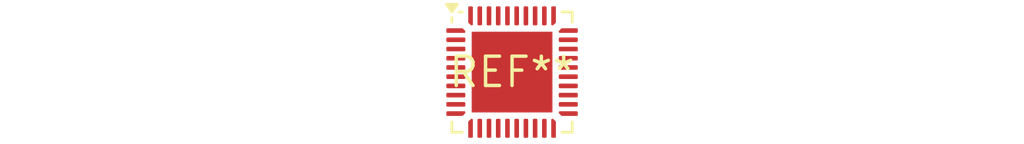
<source format=kicad_pcb>
(kicad_pcb (version 20240108) (generator pcbnew)
  (layers (0 "F.Cu" signal) (31 "B.Cu" signal) (34 "B.Paste" user) (35 "F.Paste" user) (36 "B.SilkS" user "B.Silkscreen") (37 "F.SilkS" user "F.Silkscreen") (38 "B.Mask" user) (39 "F.Mask" user) (44 "Edge.Cuts" user))
  (net 0 "")
  (footprint "TQFN-40-1EP_5x5mm_P0.4mm_EP3.5x3.5mm" (layer "F.Cu") (at 0 0)
    (property "Reference" "REF**")
    (property "Value" "TQFN-40-1EP_5x5mm_P0.4mm_EP3.5x3.5mm")
    (fp_line (start -2.61 -2.16) (end -2.61 -2.37) (layer "F.SilkS") (stroke (width 0.12)))
    (fp_line (start -2.61 2.61) (end -2.61 2.16) (layer "F.SilkS") (stroke (width 0.12)))
    (fp_line (start -2.16 -2.61) (end -2.31 -2.61) (layer "F.SilkS") (stroke (width 0.12)))
    (fp_line (start -2.16 2.61) (end -2.61 2.61) (layer "F.SilkS") (stroke (width 0.12)))
    (fp_line (start 2.16 -2.61) (end 2.61 -2.61) (layer "F.SilkS") (stroke (width 0.12)))
    (fp_line (start 2.16 2.61) (end 2.61 2.61) (layer "F.SilkS") (stroke (width 0.12)))
    (fp_line (start 2.61 -2.61) (end 2.61 -2.16) (layer "F.SilkS") (stroke (width 0.12)))
    (fp_line (start 2.61 2.61) (end 2.61 2.16) (layer "F.SilkS") (stroke (width 0.12)))
    (fp_poly (pts (xy -2.61 -2.61) (xy -2.85 -2.94) (xy -2.37 -2.94) (xy -2.61 -2.61)) (layer "F.SilkS") (stroke (width 0.12)) (fill solid))
    (pad "1" smd custom (at -2.4375 -1.8) (size 0.115147 0.115147) (layers "F.Cu" "F.Paste" "F.Mask") (options (clearance outline) (anchor circle)) (primitives (gr_poly (pts (xy -0.3725 -0.06) (xy 0.275931 -0.06) (xy 0.3725 0.036569) (xy 0.3725 0.06) (xy -0.3725 0.06)) (width 0.08) (fill yes))))
    (pad "2" smd roundrect (at -2.4375 -1.4) (size 0.825 0.2) (layers "F.Cu" "F.Paste" "F.Mask"))
    (pad "3" smd roundrect (at -2.4375 -1) (size 0.825 0.2) (layers "F.Cu" "F.Paste" "F.Mask"))
    (pad "4" smd roundrect (at -2.4375 -0.6) (size 0.825 0.2) (layers "F.Cu" "F.Paste" "F.Mask"))
    (pad "5" smd roundrect (at -2.4375 -0.2) (size 0.825 0.2) (layers "F.Cu" "F.Paste" "F.Mask"))
    (pad "6" smd roundrect (at -2.4375 0.2) (size 0.825 0.2) (layers "F.Cu" "F.Paste" "F.Mask"))
    (pad "7" smd roundrect (at -2.4375 0.6) (size 0.825 0.2) (layers "F.Cu" "F.Paste" "F.Mask"))
    (pad "8" smd roundrect (at -2.4375 1) (size 0.825 0.2) (layers "F.Cu" "F.Paste" "F.Mask"))
    (pad "9" smd roundrect (at -2.4375 1.4) (size 0.825 0.2) (layers "F.Cu" "F.Paste" "F.Mask"))
    (pad "10" smd custom (at -2.4375 1.8) (size 0.115147 0.115147) (layers "F.Cu" "F.Paste" "F.Mask") (options (clearance outline) (anchor circle)) (primitives (gr_poly (pts (xy -0.3725 -0.06) (xy 0.3725 -0.06) (xy 0.3725 -0.036569) (xy 0.275931 0.06) (xy -0.3725 0.06)) (width 0.08) (fill yes))))
    (pad "11" smd custom (at -1.8 2.4375) (size 0.115147 0.115147) (layers "F.Cu" "F.Paste" "F.Mask") (options (clearance outline) (anchor circle)) (primitives (gr_poly (pts (xy -0.06 -0.275931) (xy 0.036569 -0.3725) (xy 0.06 -0.3725) (xy 0.06 0.3725) (xy -0.06 0.3725)) (width 0.08) (fill yes))))
    (pad "12" smd roundrect (at -1.4 2.4375) (size 0.2 0.825) (layers "F.Cu" "F.Paste" "F.Mask"))
    (pad "13" smd roundrect (at -1 2.4375) (size 0.2 0.825) (layers "F.Cu" "F.Paste" "F.Mask"))
    (pad "14" smd roundrect (at -0.6 2.4375) (size 0.2 0.825) (layers "F.Cu" "F.Paste" "F.Mask"))
    (pad "15" smd roundrect (at -0.2 2.4375) (size 0.2 0.825) (layers "F.Cu" "F.Paste" "F.Mask"))
    (pad "16" smd roundrect (at 0.2 2.4375) (size 0.2 0.825) (layers "F.Cu" "F.Paste" "F.Mask"))
    (pad "17" smd roundrect (at 0.6 2.4375) (size 0.2 0.825) (layers "F.Cu" "F.Paste" "F.Mask"))
    (pad "18" smd roundrect (at 1 2.4375) (size 0.2 0.825) (layers "F.Cu" "F.Paste" "F.Mask"))
    (pad "19" smd roundrect (at 1.4 2.4375) (size 0.2 0.825) (layers "F.Cu" "F.Paste" "F.Mask"))
    (pad "20" smd custom (at 1.8 2.4375) (size 0.115147 0.115147) (layers "F.Cu" "F.Paste" "F.Mask") (options (clearance outline) (anchor circle)) (primitives (gr_poly (pts (xy -0.06 -0.3725) (xy -0.036569 -0.3725) (xy 0.06 -0.275931) (xy 0.06 0.3725) (xy -0.06 0.3725)) (width 0.08) (fill yes))))
    (pad "21" smd custom (at 2.4375 1.8) (size 0.115147 0.115147) (layers "F.Cu" "F.Paste" "F.Mask") (options (clearance outline) (anchor circle)) (primitives (gr_poly (pts (xy -0.3725 -0.06) (xy 0.3725 -0.06) (xy 0.3725 0.06) (xy -0.275931 0.06) (xy -0.3725 -0.036569)) (width 0.08) (fill yes))))
    (pad "22" smd roundrect (at 2.4375 1.4) (size 0.825 0.2) (layers "F.Cu" "F.Paste" "F.Mask"))
    (pad "23" smd roundrect (at 2.4375 1) (size 0.825 0.2) (layers "F.Cu" "F.Paste" "F.Mask"))
    (pad "24" smd roundrect (at 2.4375 0.6) (size 0.825 0.2) (layers "F.Cu" "F.Paste" "F.Mask"))
    (pad "25" smd roundrect (at 2.4375 0.2) (size 0.825 0.2) (layers "F.Cu" "F.Paste" "F.Mask"))
    (pad "26" smd roundrect (at 2.4375 -0.2) (size 0.825 0.2) (layers "F.Cu" "F.Paste" "F.Mask"))
    (pad "27" smd roundrect (at 2.4375 -0.6) (size 0.825 0.2) (layers "F.Cu" "F.Paste" "F.Mask"))
    (pad "28" smd roundrect (at 2.4375 -1) (size 0.825 0.2) (layers "F.Cu" "F.Paste" "F.Mask"))
    (pad "29" smd roundrect (at 2.4375 -1.4) (size 0.825 0.2) (layers "F.Cu" "F.Paste" "F.Mask"))
    (pad "30" smd custom (at 2.4375 -1.8) (size 0.115147 0.115147) (layers "F.Cu" "F.Paste" "F.Mask") (options (clearance outline) (anchor circle)) (primitives (gr_poly (pts (xy -0.3725 0.036569) (xy -0.275931 -0.06) (xy 0.3725 -0.06) (xy 0.3725 0.06) (xy -0.3725 0.06)) (width 0.08) (fill yes))))
    (pad "31" smd custom (at 1.8 -2.4375) (size 0.115147 0.115147) (layers "F.Cu" "F.Paste" "F.Mask") (options (clearance outline) (anchor circle)) (primitives (gr_poly (pts (xy -0.06 -0.3725) (xy 0.06 -0.3725) (xy 0.06 0.275931) (xy -0.036569 0.3725) (xy -0.06 0.3725)) (width 0.08) (fill yes))))
    (pad "32" smd roundrect (at 1.4 -2.4375) (size 0.2 0.825) (layers "F.Cu" "F.Paste" "F.Mask"))
    (pad "33" smd roundrect (at 1 -2.4375) (size 0.2 0.825) (layers "F.Cu" "F.Paste" "F.Mask"))
    (pad "34" smd roundrect (at 0.6 -2.4375) (size 0.2 0.825) (layers "F.Cu" "F.Paste" "F.Mask"))
    (pad "35" smd roundrect (at 0.2 -2.4375) (size 0.2 0.825) (layers "F.Cu" "F.Paste" "F.Mask"))
    (pad "36" smd roundrect (at -0.2 -2.4375) (size 0.2 0.825) (layers "F.Cu" "F.Paste" "F.Mask"))
    (pad "37" smd roundrect (at -0.6 -2.4375) (size 0.2 0.825) (layers "F.Cu" "F.Paste" "F.Mask"))
    (pad "38" smd roundrect (at -1 -2.4375) (size 0.2 0.825) (layers "F.Cu" "F.Paste" "F.Mask"))
    (pad "39" smd roundrect (at -1.4 -2.4375) (size 0.2 0.825) (layers "F.Cu" "F.Paste" "F.Mask"))
    (pad "40" smd custom (at -1.8 -2.4375) (size 0.115147 0.115147) (layers "F.Cu" "F.Paste" "F.Mask") (options (clearance outline) (anchor circle)) (primitives (gr_poly (pts (xy -0.06 -0.3725) (xy 0.06 -0.3725) (xy 0.06 0.3725) (xy 0.036569 0.3725) (xy -0.06 0.275931)) (width 0.08) (fill yes))))
    (pad "41" smd rect (at 0 0) (size 3.5 3.5) (property pad_prop_heatsink) (layers "F.Cu" "F.Mask"))
  )
)
</source>
